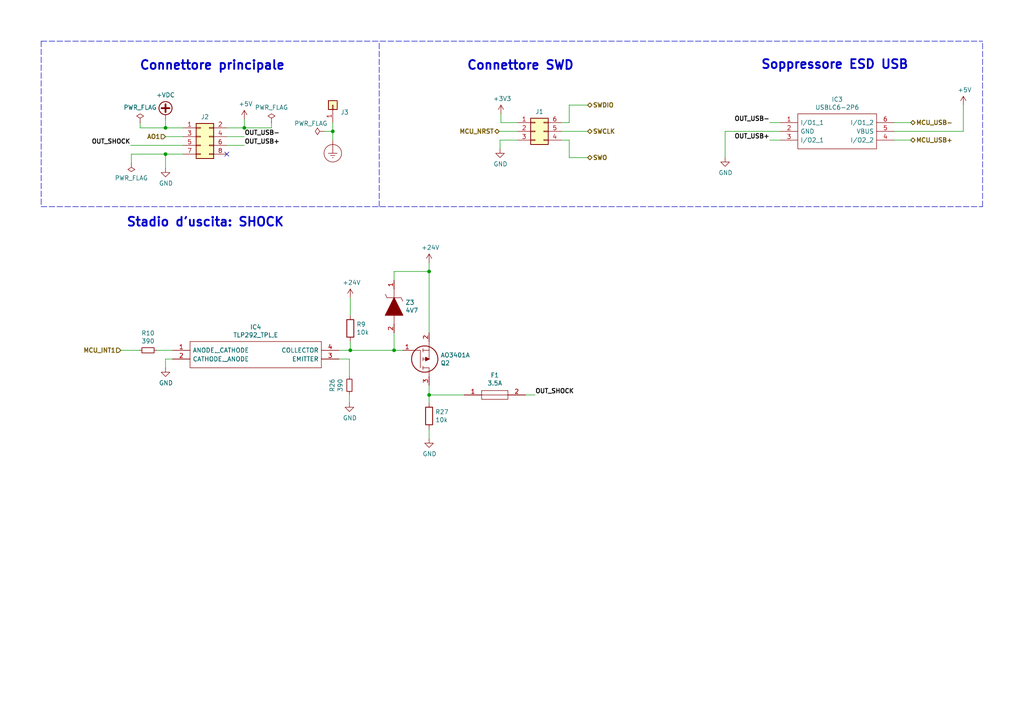
<source format=kicad_sch>
(kicad_sch (version 20211123) (generator eeschema)
  (paper "A4")
  (title_block (title "AC1") (date "2021-07-23") (rev "v0.10.0") (company "OMD") (comment 1 "STM32F411 + IIM-42652 + DAC"))
  (lib_symbols
    (symbol "Connector_Generic:Conn_01x01" (pin_names (offset 1.016) hide)
      (property "Reference" "J" (at 0 2.54 0))
      (property "Value" "Conn_01x01" (at 0 -2.54 0))
      (symbol "Conn_01x01_1_1"
        (rectangle (start -1.27 0.127) (end 0 -0.127) (stroke (width 0.1524)))
        (rectangle (start -1.27 1.27) (end 1.27 -1.27) (stroke (width 0.254)) (fill (type background)))
        (pin passive line (at -5.08 0 0) (length 3.81) (name "Pin_1") (number "1"))
      )
    )
    (symbol "Connector_Generic:Conn_02x03_Counter_Clockwise" (pin_names (offset 1.016) hide)
      (property "Reference" "J" (at 1.27 5.08 0))
      (property "Value" "Conn_02x03_Counter_Clockwise" (at 1.27 -5.08 0))
      (symbol "Conn_02x03_Counter_Clockwise_1_1"
        (rectangle (start -1.27 -2.413) (end 0 -2.667) (stroke (width 0.1524)))
        (rectangle (start -1.27 0.127) (end 0 -0.127) (stroke (width 0.1524)))
        (rectangle (start -1.27 2.667) (end 0 2.413) (stroke (width 0.1524)))
        (rectangle (start -1.27 3.81) (end 3.81 -3.81) (stroke (width 0.254)) (fill (type background)))
        (rectangle (start 3.81 -2.413) (end 2.54 -2.667) (stroke (width 0.1524)))
        (rectangle (start 3.81 0.127) (end 2.54 -0.127) (stroke (width 0.1524)))
        (rectangle (start 3.81 2.667) (end 2.54 2.413) (stroke (width 0.1524)))
        (pin passive line (at -5.08 2.54 0) (length 3.81) (name "Pin_1") (number "1"))
        (pin passive line (at -5.08 0 0) (length 3.81) (name "Pin_2") (number "2"))
        (pin passive line (at -5.08 -2.54 0) (length 3.81) (name "Pin_3") (number "3"))
        (pin passive line (at 7.62 -2.54 180) (length 3.81) (name "Pin_4") (number "4"))
        (pin passive line (at 7.62 0 180) (length 3.81) (name "Pin_5") (number "5"))
        (pin passive line (at 7.62 2.54 180) (length 3.81) (name "Pin_6") (number "6"))
      )
    )
    (symbol "Connector_Generic:Conn_02x04_Odd_Even" (pin_names (offset 1.016) hide)
      (property "Reference" "J" (at 1.27 5.08 0))
      (property "Value" "Conn_02x04_Odd_Even" (at 1.27 -7.62 0))
      (symbol "Conn_02x04_Odd_Even_1_1"
        (rectangle (start -1.27 -4.953) (end 0 -5.207) (stroke (width 0.1524)))
        (rectangle (start -1.27 -2.413) (end 0 -2.667) (stroke (width 0.1524)))
        (rectangle (start -1.27 0.127) (end 0 -0.127) (stroke (width 0.1524)))
        (rectangle (start -1.27 2.667) (end 0 2.413) (stroke (width 0.1524)))
        (rectangle (start -1.27 3.81) (end 3.81 -6.35) (stroke (width 0.254)) (fill (type background)))
        (rectangle (start 3.81 -4.953) (end 2.54 -5.207) (stroke (width 0.1524)))
        (rectangle (start 3.81 -2.413) (end 2.54 -2.667) (stroke (width 0.1524)))
        (rectangle (start 3.81 0.127) (end 2.54 -0.127) (stroke (width 0.1524)))
        (rectangle (start 3.81 2.667) (end 2.54 2.413) (stroke (width 0.1524)))
        (pin passive line (at -5.08 2.54 0) (length 3.81) (name "Pin_1") (number "1"))
        (pin passive line (at 7.62 2.54 180) (length 3.81) (name "Pin_2") (number "2"))
        (pin passive line (at -5.08 0 0) (length 3.81) (name "Pin_3") (number "3"))
        (pin passive line (at 7.62 0 180) (length 3.81) (name "Pin_4") (number "4"))
        (pin passive line (at -5.08 -2.54 0) (length 3.81) (name "Pin_5") (number "5"))
        (pin passive line (at 7.62 -2.54 180) (length 3.81) (name "Pin_6") (number "6"))
        (pin passive line (at -5.08 -5.08 0) (length 3.81) (name "Pin_7") (number "7"))
        (pin passive line (at 7.62 -5.08 180) (length 3.81) (name "Pin_8") (number "8"))
      )
    )
    (symbol "Device:R" (pin_numbers hide) (pin_names (offset 0))
      (property "Reference" "R" (at 2.032 0 90))
      (property "Value" "R" (at 0 0 90))
      (symbol "R_0_1"
        (rectangle (start -1.016 -2.54) (end 1.016 2.54) (stroke (width 0.254)))
      )
      (symbol "R_1_1"
        (pin passive line (at 0 3.81 270) (length 1.27) (name "~") (number "1"))
        (pin passive line (at 0 -3.81 90) (length 1.27) (name "~") (number "2"))
      )
    )
    (symbol "Device:R_Small" (pin_numbers hide) (pin_names (offset 0.254) hide)
      (property "Reference" "R" (at 0.762 0.508 0))
      (property "Value" "R_Small" (at 0.762 -1.016 0))
      (symbol "R_Small_0_1"
        (rectangle (start -0.762 1.778) (end 0.762 -1.778) (stroke (width 0.2032)))
      )
      (symbol "R_Small_1_1"
        (pin passive line (at 0 2.54 270) (length 0.762) (name "~") (number "1"))
        (pin passive line (at 0 -2.54 90) (length 0.762) (name "~") (number "2"))
      )
    )
    (symbol "SamacSys_Parts:1206L200SLYR" (pin_names (offset 0.762))
      (property "Reference" "F" (at 13.97 6.35 0))
      (property "Value" "1206L200SLYR" (at 13.97 3.81 0))
      (symbol "1206L200SLYR_0_0"
        (pin passive line (at 0 0 0) (length 5.08) (name "~") (number "1"))
        (pin passive line (at 17.78 0 180) (length 5.08) (name "~") (number "2"))
      )
      (symbol "1206L200SLYR_0_1"
        (polyline (pts (xy 5.08 0) (xy 12.7 0)) (stroke (width 0.1524)))
        (polyline (pts (xy 5.08 1.27) (xy 12.7 1.27) (xy 12.7 -1.27) (xy 5.08 -1.27) (xy 5.08 1.27)) (stroke (width 0.1524)))
      )
    )
    (symbol "SamacSys_Parts:AO3401A" (pin_names (offset 0.762))
      (property "Reference" "Q" (at 11.43 3.81 0))
      (property "Value" "AO3401A" (at 11.43 1.27 0))
      (symbol "AO3401A_0_0"
        (pin passive line (at 0 0 0) (length 2.54) (name "~") (number "1"))
        (pin passive line (at 7.62 -5.08 90) (length 2.54) (name "~") (number "2"))
        (pin passive line (at 7.62 10.16 270) (length 2.54) (name "~") (number "3"))
      )
      (symbol "AO3401A_0_1"
        (polyline (pts (xy 5.842 -0.508) (xy 5.842 0.508)) (stroke (width 0.1524)))
        (polyline (pts (xy 5.842 0) (xy 7.62 0)) (stroke (width 0.1524)))
        (polyline (pts (xy 5.842 2.032) (xy 5.842 3.048)) (stroke (width 0.1524)))
        (polyline (pts (xy 5.842 5.588) (xy 5.842 4.572)) (stroke (width 0.1524)))
        (polyline (pts (xy 7.62 2.54) (xy 5.842 2.54)) (stroke (width 0.1524)))
        (polyline (pts (xy 7.62 2.54) (xy 7.62 -2.54)) (stroke (width 0.1524)))
        (polyline (pts (xy 7.62 5.08) (xy 5.842 5.08)) (stroke (width 0.1524)))
        (polyline (pts (xy 7.62 5.08) (xy 7.62 7.62)) (stroke (width 0.1524)))
        (polyline (pts (xy 2.54 0) (xy 5.08 0) (xy 5.08 5.08)) (stroke (width 0.1524)))
        (polyline (pts (xy 7.62 2.54) (xy 6.604 3.048) (xy 6.604 2.032) (xy 7.62 2.54)) (stroke (width 0.254)) (fill (type outline)))
        (circle (center 6.35 2.54) (radius 3.81) (stroke (width 0.254)))
      )
    )
    (symbol "SamacSys_Parts:BZT52C4V7T-7" (pin_names (offset 0.762))
      (property "Reference" "Z" (at 10.16 8.89 0))
      (property "Value" "BZT52C4V7T-7" (at 10.16 6.35 0))
      (symbol "BZT52C4V7T-7_0_0"
        (pin passive line (at 0 0 0) (length 2.54) (name "~") (number "1"))
        (pin passive line (at 15.24 0 180) (length 2.54) (name "~") (number "2"))
      )
      (symbol "BZT52C4V7T-7_0_1"
        (polyline (pts (xy 2.54 0) (xy 5.08 0)) (stroke (width 0.1524)))
        (polyline (pts (xy 4.064 -2.54) (xy 5.08 -2.032)) (stroke (width 0.1524)))
        (polyline (pts (xy 5.08 2.032) (xy 5.08 -2.032)) (stroke (width 0.1524)))
        (polyline (pts (xy 5.08 2.032) (xy 6.096 2.54)) (stroke (width 0.1524)))
        (polyline (pts (xy 12.7 0) (xy 10.16 0)) (stroke (width 0.1524)))
        (polyline (pts (xy 5.08 0) (xy 10.16 2.54) (xy 10.16 -2.54) (xy 5.08 0)) (stroke (width 0.254)) (fill (type outline)))
      )
    )
    (symbol "SamacSys_Parts:TLP292_TPL,E" (pin_names (offset 0.762))
      (property "Reference" "IC" (at 44.45 7.62 0))
      (property "Value" "TLP292_TPL,E" (at 44.45 5.08 0))
      (symbol "TLP292_TPL,E_0_0"
        (pin passive line (at 0 0 0) (length 5.08) (name "ANODE,_CATHODE") (number "1"))
        (pin passive line (at 0 -2.54 0) (length 5.08) (name "CATHODE,_ANODE") (number "2"))
        (pin passive line (at 48.26 -2.54 180) (length 5.08) (name "EMITTER") (number "3"))
        (pin passive line (at 48.26 0 180) (length 5.08) (name "COLLECTOR") (number "4"))
      )
      (symbol "TLP292_TPL,E_0_1"
        (polyline (pts (xy 5.08 2.54) (xy 43.18 2.54) (xy 43.18 -5.08) (xy 5.08 -5.08) (xy 5.08 2.54)) (stroke (width 0.1524)))
      )
    )
    (symbol "SamacSys_Parts:USBLC6-2P6" (pin_names (offset 0.762))
      (property "Reference" "IC" (at 29.21 7.62 0))
      (property "Value" "USBLC6-2P6" (at 29.21 5.08 0))
      (symbol "USBLC6-2P6_0_0"
        (pin passive line (at 0 0 0) (length 5.08) (name "I/O1_1") (number "1"))
        (pin passive line (at 0 -2.54 0) (length 5.08) (name "GND") (number "2"))
        (pin passive line (at 0 -5.08 0) (length 5.08) (name "I/O2_1") (number "3"))
        (pin passive line (at 33.02 -5.08 180) (length 5.08) (name "I/O2_2") (number "4"))
        (pin passive line (at 33.02 -2.54 180) (length 5.08) (name "VBUS") (number "5"))
        (pin passive line (at 33.02 0 180) (length 5.08) (name "I/O1_2") (number "6"))
      )
      (symbol "USBLC6-2P6_0_1"
        (polyline (pts (xy 5.08 2.54) (xy 27.94 2.54) (xy 27.94 -7.62) (xy 5.08 -7.62) (xy 5.08 2.54)) (stroke (width 0.1524)))
      )
    )
    (symbol "power:+24V" (power) (pin_names (offset 0))
      (property "Value" "+24V" (at 0 3.556 0))
      (symbol "+24V_0_1"
        (polyline (pts (xy -0.762 1.27) (xy 0 2.54)))
        (polyline (pts (xy 0 0) (xy 0 2.54)))
        (polyline (pts (xy 0 2.54) (xy 0.762 1.27)))
      )
      (symbol "+24V_1_1"
        (pin power_in line (at 0 0 90) (length 0) hide (name "+24V") (number "1"))
      )
    )
    (symbol "power:+3V3" (power) (pin_names (offset 0))
      (property "Value" "+3V3" (at 0 3.556 0))
      (symbol "+3V3_0_1"
        (polyline (pts (xy -0.762 1.27) (xy 0 2.54)))
        (polyline (pts (xy 0 0) (xy 0 2.54)))
        (polyline (pts (xy 0 2.54) (xy 0.762 1.27)))
      )
      (symbol "+3V3_1_1"
        (pin power_in line (at 0 0 90) (length 0) hide (name "+3V3") (number "1"))
      )
    )
    (symbol "power:+5V" (power) (pin_names (offset 0))
      (property "Value" "+5V" (at 0 3.556 0))
      (symbol "+5V_0_1"
        (polyline (pts (xy -0.762 1.27) (xy 0 2.54)))
        (polyline (pts (xy 0 0) (xy 0 2.54)))
        (polyline (pts (xy 0 2.54) (xy 0.762 1.27)))
      )
      (symbol "+5V_1_1"
        (pin power_in line (at 0 0 90) (length 0) hide (name "+5V") (number "1"))
      )
    )
    (symbol "power:+VDC" (power) (pin_names (offset 0))
      (property "Value" "+VDC" (at 0 6.35 0))
      (symbol "+VDC_0_1"
        (polyline (pts (xy -1.143 3.175) (xy 1.143 3.175)) (stroke (width 0.508)))
        (polyline (pts (xy 0 0) (xy 0 1.27)))
        (polyline (pts (xy 0 2.032) (xy 0 4.318)) (stroke (width 0.508)))
        (circle (center 0 3.175) (radius 1.905) (stroke (width 0.254)))
      )
      (symbol "+VDC_1_1"
        (pin power_in line (at 0 0 90) (length 0) hide (name "+VDC") (number "1"))
      )
    )
    (symbol "power:Earth_Protective" (power) (pin_names (offset 0))
      (symbol "Earth_Protective_0_1"
        (circle (center 0 -3.81) (radius 2.54))
        (polyline (pts (xy -0.635 -4.445) (xy 0.635 -4.445)))
        (polyline (pts (xy -0.127 -5.08) (xy 0.127 -5.08)))
        (polyline (pts (xy 0 -3.81) (xy 0 0)))
        (polyline (pts (xy 1.27 -3.81) (xy -1.27 -3.81)))
      )
      (symbol "Earth_Protective_1_1"
        (pin power_in line (at 0 0 270) (length 0) hide (name "Earth_Protective") (number "1"))
      )
    )
    (symbol "power:GND" (power) (pin_names (offset 0))
      (property "Value" "GND" (at 0 -3.81 0))
      (symbol "GND_0_1"
        (polyline (pts (xy 0 0) (xy 0 -1.27) (xy 1.27 -1.27) (xy 0 -2.54) (xy -1.27 -1.27) (xy 0 -1.27)))
      )
      (symbol "GND_1_1"
        (pin power_in line (at 0 0 270) (length 0) hide (name "GND") (number "1"))
      )
    )
    (symbol "power:PWR_FLAG" (power) (pin_numbers hide) (pin_names (offset 0) hide)
      (property "Value" "PWR_FLAG" (at 0 3.81 0))
      (symbol "PWR_FLAG_0_0"
        (pin power_out line (at 0 0 90) (length 0) (name "pwr") (number "1"))
      )
      (symbol "PWR_FLAG_0_1"
        (polyline (pts (xy 0 0) (xy 0 1.27) (xy -1.016 1.905) (xy 0 2.54) (xy 1.016 1.905) (xy 0 1.27)))
      )
    )
  )
  (junction (at 96.52 38.1))
  (junction (at 124.46 114.554))
  (junction (at 48.006 44.704))
  (junction (at 101.6 101.6))
  (junction (at 70.866 37.084))
  (junction (at 48.006 37.084))
  (junction (at 124.46 78.74))
  (junction (at 114.3 101.6))
  (no_connect (at 65.786 44.704))
  (wire (pts (xy 96.52 38.1) (xy 93.98 38.1)))
  (wire (pts (xy 48.006 39.624) (xy 53.086 39.624)))
  (wire (pts (xy 162.814 35.56) (xy 165.1 35.56)))
  (polyline (pts (xy 11.938 59.944) (xy 284.988 59.944)))
  (wire (pts (xy 45.466 101.6) (xy 50.038 101.6)))
  (wire (pts (xy 124.46 114.554) (xy 124.46 111.76)))
  (wire (pts (xy 145.034 40.64) (xy 150.114 40.64)))
  (wire (pts (xy 145.034 43.18) (xy 145.034 40.64)))
  (wire (pts (xy 101.6 86.36) (xy 101.6 91.44)))
  (wire (pts (xy 65.786 42.164) (xy 70.866 42.164)))
  (wire (pts (xy 264.16 40.64) (xy 259.334 40.64)))
  (wire (pts (xy 223.266 40.64) (xy 226.314 40.64)))
  (wire (pts (xy 78.74 37.084) (xy 78.74 35.56)))
  (wire (pts (xy 48.006 37.084) (xy 53.086 37.084)))
  (wire (pts (xy 70.866 39.624) (xy 65.786 39.624)))
  (wire (pts (xy 124.46 78.74) (xy 124.46 96.52)))
  (wire (pts (xy 35.052 101.6) (xy 40.386 101.6)))
  (wire (pts (xy 38.1 44.704) (xy 48.006 44.704)))
  (wire (pts (xy 114.3 101.6) (xy 116.84 101.6)))
  (wire (pts (xy 38.1 47.244) (xy 38.1 44.704)))
  (wire (pts (xy 264.16 35.56) (xy 259.334 35.56)))
  (wire (pts (xy 144.78 38.1) (xy 150.114 38.1)))
  (wire (pts (xy 165.1 40.64) (xy 165.1 45.72)))
  (wire (pts (xy 96.52 35.56) (xy 96.52 38.1)))
  (wire (pts (xy 70.866 34.544) (xy 70.866 37.084)))
  (wire (pts (xy 70.866 37.084) (xy 78.74 37.084)))
  (wire (pts (xy 155.194 114.554) (xy 152.4 114.554)))
  (wire (pts (xy 124.46 116.84) (xy 124.46 114.554)))
  (wire (pts (xy 101.346 104.14) (xy 98.298 104.14)))
  (wire (pts (xy 114.3 81.28) (xy 114.3 78.74)))
  (wire (pts (xy 162.814 40.64) (xy 165.1 40.64)))
  (wire (pts (xy 48.006 104.14) (xy 50.038 104.14)))
  (wire (pts (xy 145.288 35.56) (xy 145.288 33.02)))
  (polyline (pts (xy 11.938 11.938) (xy 284.988 11.938)))
  (polyline (pts (xy 11.938 11.938) (xy 11.938 59.944)))
  (wire (pts (xy 96.52 38.1) (xy 96.52 40.64)))
  (wire (pts (xy 101.6 99.06) (xy 101.6 101.6)))
  (wire (pts (xy 114.3 96.52) (xy 114.3 101.6)))
  (polyline (pts (xy 109.982 59.944) (xy 109.982 11.938)))
  (wire (pts (xy 279.4 30.48) (xy 279.4 38.1)))
  (wire (pts (xy 150.114 35.56) (xy 145.288 35.56)))
  (wire (pts (xy 37.846 42.164) (xy 53.086 42.164)))
  (wire (pts (xy 114.3 78.74) (xy 124.46 78.74)))
  (wire (pts (xy 101.6 101.6) (xy 114.3 101.6)))
  (wire (pts (xy 165.1 35.56) (xy 165.1 30.48)))
  (wire (pts (xy 98.298 101.6) (xy 101.6 101.6)))
  (wire (pts (xy 101.346 114.3) (xy 101.346 116.84)))
  (wire (pts (xy 48.006 34.544) (xy 48.006 37.084)))
  (wire (pts (xy 223.266 35.56) (xy 226.314 35.56)))
  (wire (pts (xy 48.006 44.704) (xy 53.086 44.704)))
  (wire (pts (xy 124.46 76.2) (xy 124.46 78.74)))
  (wire (pts (xy 124.46 127.254) (xy 124.46 124.46)))
  (wire (pts (xy 134.62 114.554) (xy 124.46 114.554)))
  (wire (pts (xy 40.64 37.084) (xy 48.006 37.084)))
  (wire (pts (xy 165.1 45.72) (xy 170.434 45.72)))
  (wire (pts (xy 165.1 30.48) (xy 170.434 30.48)))
  (polyline (pts (xy 284.988 59.944) (xy 284.988 11.938)))
  (wire (pts (xy 48.006 106.68) (xy 48.006 104.14)))
  (wire (pts (xy 162.814 38.1) (xy 170.434 38.1)))
  (wire (pts (xy 210.312 45.72) (xy 210.312 38.1)))
  (wire (pts (xy 101.346 104.14) (xy 101.346 109.22)))
  (wire (pts (xy 210.312 38.1) (xy 226.314 38.1)))
  (wire (pts (xy 70.866 37.084) (xy 65.786 37.084)))
  (wire (pts (xy 40.64 35.56) (xy 40.64 37.084)))
  (wire (pts (xy 279.4 38.1) (xy 259.334 38.1)))
  (wire (pts (xy 48.006 48.768) (xy 48.006 44.704)))
  (text "Stadio d'uscita: SHOCK" (at 82.55 66.04 180) (effects (font (size 2.5654 2.5654) (thickness 0.5131) bold) (justify right bottom)))
  (text "Soppressore ESD USB" (at 263.652 20.32 180) (effects (font (size 2.5654 2.5654) (thickness 0.5131) bold) (justify right bottom)))
  (text "Connettore SWD" (at 166.624 20.574 180) (effects (font (size 2.5654 2.5654) (thickness 0.5131) bold) (justify right bottom)))
  (text "Connettore principale" (at 82.804 20.574 180) (effects (font (size 2.5654 2.5654) (thickness 0.5131) bold) (justify right bottom)))
  (label "OUT_USB+" (at 223.266 40.64 180) (effects (font (thickness 0.254) bold)))
  (label "OUT_SHOCK" (at 155.194 114.554 0) (effects (font (thickness 0.254) bold)))
  (label "OUT_USB-" (at 223.266 35.56 180) (effects (font (thickness 0.254) bold)))
  (label "OUT_USB+" (at 70.866 42.164 0) (effects (font (thickness 0.254) bold)))
  (label "OUT_USB-" (at 70.866 39.624 0) (effects (font (thickness 0.254) bold)))
  (label "OUT_SHOCK" (at 37.846 42.164 180) (effects (font (thickness 0.254) bold)))
  (hierarchical_label "SWO" (shape bidirectional) (at 170.434 45.72 0) (effects (font (thickness 0.254) bold)))
  (hierarchical_label "MCU_USB-" (shape bidirectional) (at 264.16 35.56 0) (effects (font (thickness 0.254) bold)))
  (hierarchical_label "MCU_NRST" (shape bidirectional) (at 144.78 38.1 180) (effects (font (thickness 0.254) bold)))
  (hierarchical_label "MCU_USB+" (shape bidirectional) (at 264.16 40.64 0) (effects (font (thickness 0.254) bold)))
  (hierarchical_label "AO1" (shape input) (at 48.006 39.624 180) (effects (font (thickness 0.254) bold)))
  (hierarchical_label "MCU_INT1" (shape input) (at 35.052 101.6 180) (effects (font (thickness 0.254) bold)))
  (hierarchical_label "SWCLK" (shape bidirectional) (at 170.434 38.1 0) (effects (font (thickness 0.254) bold)))
  (hierarchical_label "SWDIO" (shape bidirectional) (at 170.434 30.48 0) (effects (font (thickness 0.254) bold)))
  (symbol (lib_id "Connector_Generic:Conn_02x04_Odd_Even") (at 58.166 39.624 0) (unit 1)
    (property "Reference" "J2" (at 59.436 33.909 0))
    (property "Value" "Conn_02x04_Counter_Clockwise" (effects hide))
    (property "Footprint" "Librerie:PinoutHoles_2.54" (effects hide))
  )
  (symbol (lib_id "power:+VDC") (at 48.006 34.544 0) (unit 1)
    (property "Reference" "#PWR041" (effects hide))
    (property "Value" "+VDC" (at 48.006 27.559 0))
  )
  (symbol (lib_id "power:GND") (at 48.006 48.768 0) (unit 1)
    (property "Reference" "#PWR045" (effects hide))
    (property "Value" "GND" (at 48.133 53.1622 0))
  )
  (symbol (lib_id "power:+5V") (at 70.866 34.544 0) (unit 1)
    (property "Reference" "#PWR042" (effects hide))
    (property "Value" "+5V" (at 71.247 30.1498 0))
  )
  (symbol (lib_id "Connector_Generic:Conn_02x03_Counter_Clockwise") (at 155.194 38.1 0) (unit 1)
    (property "Reference" "J1" (at 156.464 32.385 0))
    (property "Value" "Conn_02x03_Counter_Clockwise" (effects hide))
    (property "Footprint" "Connector_PinHeader_1.27mm:PinHeader_2x03_P1.27mm_Vertical_SMD" (effects hide))
    (property "LCSC Part #" "C178291" (effects hide))
    (property "LCSC" "C178291" (effects hide))
  )
  (symbol (lib_id "power:+3V3") (at 145.288 33.02 0) (unit 1)
    (property "Reference" "#PWR040" (effects hide))
    (property "Value" "+3V3" (at 145.669 28.6258 0))
  )
  (symbol (lib_id "power:GND") (at 145.034 43.18 0) (unit 1)
    (property "Reference" "#PWR043" (effects hide))
    (property "Value" "GND" (at 145.161 47.5742 0))
  )
  (symbol (lib_id "power:GND") (at 210.312 45.72 0) (unit 1)
    (property "Reference" "#PWR044" (effects hide))
    (property "Value" "GND" (at 210.439 50.1142 0))
  )
  (symbol (lib_id "power:+5V") (at 279.4 30.48 0) (unit 1)
    (property "Reference" "#PWR039" (effects hide))
    (property "Value" "+5V" (at 279.781 26.0858 0))
  )
  (symbol (lib_id "Device:R_Small") (at 42.926 101.6 90) (unit 1)
    (property "Reference" "R10" (at 42.926 96.6216 90))
    (property "Value" "390" (at 42.926 98.933 90))
    (property "Footprint" "Resistor_SMD:R_0603_1608Metric" (effects hide))
    (property "LCSC Part #" "C23151" (effects hide))
    (property "LCSC" "C23151" (effects hide))
    (property "Value" "390" (effects hide))
    (property "Manufacturer_Name" "Panasonic" (effects hide))
    (property "Mouser Part Number" "667-ERJ-UP3F3900V" (effects hide))
    (property "Mouser Price/Stock" "https://www.mouser.it/ProductDetail/Panasonic/ERJ-UP3F3900V?qs=GedFDFLaBXFrNzwj9lmySQ%3D%3D" (effects hide))
    (property "Manufacturer_Part_Number" "ERJ-UP3F3900V" (effects hide))
    (property "Supplier Name" "Mouser" (effects hide))
    (property "Supplier Part Number" "667-ERJ-UP3F3900V" (effects hide))
  )
  (symbol (lib_id "power:GND") (at 48.006 106.68 0) (unit 1)
    (property "Reference" "#PWR048" (effects hide))
    (property "Value" "GND" (at 48.133 111.0742 0))
  )
  (symbol (lib_id "power:GND") (at 101.346 116.84 0) (unit 1)
    (property "Reference" "#PWR049" (effects hide))
    (property "Value" "GND" (at 101.473 121.2342 0))
  )
  (symbol (lib_id "SamacSys_Parts:USBLC6-2P6") (at 226.314 35.56 0) (unit 1)
    (property "Reference" "IC3" (at 242.824 28.829 0))
    (property "Value" "USBLC6-2P6" (at 242.824 31.1404 0))
    (property "Footprint" "Librerie:USBLC62P6" (effects hide))
    (property "Datasheet" "https://datasheet.lcsc.com/szlcsc/STMicroelectronics-USBLC6-2P6_C15999.pdf" (effects hide))
    (property "Description" "ESD Suppressors / TVS Diodes High Speed Interface Protection Low Cap" (effects hide))
    (property "Height" "0.6" (effects hide))
    (property "Manufacturer_Name" "STMicroelectronics" (effects hide))
    (property "Manufacturer_Part_Number" "USBLC6-2P6" (effects hide))
    (property "Mouser Part Number" "511-USBLC6-2P6" (effects hide))
    (property "Mouser Price/Stock" "https://www.mouser.co.uk/ProductDetail/STMicroelectronics/USBLC6-2P6/?qs=6ARB0lp6jlViGcbUSvj1Mw%3D%3D" (effects hide))
    (property "Arrow Part Number" "USBLC6-2P6" (effects hide))
    (property "Arrow Price/Stock" "https://www.arrow.com/en/products/usblc6-2p6/stmicroelectronics" (effects hide))
    (property "LCSC Part #" "C15999" (effects hide))
    (property "LCSC" "C15999" (effects hide))
    (property "Supplier Name" "Mouser" (effects hide))
    (property "Supplier Part Number" "511-USBLC6-2P6" (effects hide))
  )
  (symbol (lib_id "SamacSys_Parts:AO3401A") (at 116.84 101.6 0) (mirror x) (unit 1)
    (property "Reference" "Q2" (at 127.762 105.3084 0) (effects (justify left)))
    (property "Value" "AO3401A" (at 127.762 102.997 0) (effects (justify left)))
    (property "Footprint" "Librerie:SOT95P280X125-3N" (effects hide))
    (property "Datasheet" "http://www.aosmd.com/pdfs/datasheet/AO3401A.pdf" (effects hide))
    (property "Description" "30V P-Channel MOSFET" (effects hide))
    (property "Height" "1.25" (effects hide))
    (property "Manufacturer_Name" "	Vishay" (effects hide))
    (property "Manufacturer_Part_Number" "SI2347DS-T1-GE3" (effects hide))
    (property "Mouser Part Number" "78-SI2347DS-T1-GE3" (effects hide))
    (property "Mouser Price/Stock" "https://www.mouser.it/ProductDetail/Vishay-Semiconductors/SI2347DS-T1-GE3?qs=wnm%2FPMJNddFQv4lfacOrcA%3D%3D" (effects hide))
    (property "Arrow Part Number" "AO3401A" (effects hide))
    (property "Arrow Price/Stock" "https://www.arrow.com/en/products/ao3401a/alpha-and-omega-semiconductor" (effects hide))
    (property "LCSC Part #" "C15127" (effects hide))
    (property "LCSC" "C15127" (effects hide))
    (property "Value" "PMOS" (effects hide))
    (property "Supplier Name" "Mouser" (effects hide))
    (property "Supplier Part Number" "78-SI2347DS-T1-GE3" (effects hide))
    (property "URL" "https://www.mouser.it/ProductDetail/Vishay-Semiconductors/SI2347DS-T1-GE3?qs=wnm%2FPMJNddFQv4lfacOrcA%3D%3D" (effects hide))
  )
  (symbol (lib_id "power:GND") (at 124.46 127.254 0) (unit 1)
    (property "Reference" "#PWR050" (effects hide))
    (property "Value" "GND" (at 124.587 131.6482 0))
  )
  (symbol (lib_id "power:+24V") (at 124.46 76.2 0) (unit 1)
    (property "Reference" "#PWR046" (effects hide))
    (property "Value" "+24V" (at 124.841 71.8058 0))
  )
  (symbol (lib_id "SamacSys_Parts:1206L200SLYR") (at 134.62 114.554 0) (unit 1)
    (property "Reference" "F1" (at 143.51 108.839 0))
    (property "Value" "3.5A" (at 143.51 111.1504 0))
    (property "Footprint" "Librerie:FUSC3216X60N" (effects hide))
    (property "Datasheet" "https://www.mouser.com/datasheet/2/240/Littelfuse_PTC_LoRho_Datasheet.pdf-365270.pdf" (effects hide))
    (property "Description" "Resettable Fuses - PPTC 6V POLYFUSE 1206 LoRho SL 2A" (effects hide))
    (property "Height" "0.6" (effects hide))
    (property "Manufacturer_Name" "LITTELFUSE" (effects hide))
    (property "Manufacturer_Part_Number" "1206L200SLYR" (effects hide))
    (property "Mouser Part Number" "576-1206L200SLYR" (effects hide))
    (property "Mouser Price/Stock" "https://www.mouser.co.uk/ProductDetail/Littelfuse/1206L200SLYR?qs=RW3Pwk3hrR7SLvRx5wo9Kw%3D%3D" (effects hide))
    (property "Arrow Part Number" "1206L200SLYR" (effects hide))
    (property "Arrow Price/Stock" "https://www.arrow.com/en/products/1206l200slyr/littelfuse" (effects hide))
    (property "LCSC Part #" "C70085" (effects hide))
    (property "LCSC" "C70085" (effects hide))
    (property "Supplier Name" "Mouser" (effects hide))
    (property "Supplier Part Number" "576-1206L200SLYR" (effects hide))
  )
  (symbol (lib_id "Connector_Generic:Conn_01x01") (at 96.52 30.48 90) (unit 1)
    (property "Reference" "J3" (at 98.7552 32.5628 90) (effects (justify right)))
    (property "Value" "Conn_01x01" (effects hide))
    (property "Footprint" "Librerie:Shield_Pin_D0.4mm" (effects hide))
  )
  (symbol (lib_id "power:PWR_FLAG") (at 40.64 35.56 0) (unit 1)
    (property "Reference" "#FLG0101" (effects hide))
    (property "Value" "PWR_FLAG" (at 40.64 31.1658 0))
  )
  (symbol (lib_id "power:PWR_FLAG") (at 78.74 35.56 0) (unit 1)
    (property "Reference" "#FLG0102" (effects hide))
    (property "Value" "PWR_FLAG" (at 78.74 31.1658 0))
  )
  (symbol (lib_id "power:PWR_FLAG") (at 38.1 47.244 180) (unit 1)
    (property "Reference" "#FLG0106" (effects hide))
    (property "Value" "PWR_FLAG" (at 38.1 51.6382 0))
  )
  (symbol (lib_id "power:Earth_Protective") (at 96.52 40.64 0) (unit 1)
    (property "Reference" "#PWR0102" (effects hide))
    (property "Value" "Earth_Protective" (effects hide))
  )
  (symbol (lib_id "power:PWR_FLAG") (at 93.98 38.1 90) (unit 1)
    (property "Reference" "#FLG0107" (effects hide))
    (property "Value" "PWR_FLAG" (at 90.17 35.814 90))
  )
  (symbol (lib_id "power:+24V") (at 101.6 86.36 0) (unit 1)
    (property "Reference" "#PWR0103" (effects hide))
    (property "Value" "+24V" (at 101.981 81.9658 0))
  )
  (symbol (lib_id "SamacSys_Parts:BZT52C4V7T-7") (at 114.3 81.28 270) (unit 1)
    (property "Reference" "Z3" (at 117.602 87.7316 90) (effects (justify left)))
    (property "Value" "4V7" (at 117.602 90.043 90) (effects (justify left)))
    (property "Footprint" "SODFL1608X65N" (effects hide))
    (property "Datasheet" "https://www.mouser.com/datasheet/2/115/ds30502-1142513.pdf" (effects hide))
    (property "Description" "Zener Diodes" (effects hide))
    (property "Height" "0.65" (effects hide))
    (property "Manufacturer_Name" "Diodes Inc." (effects hide))
    (property "Manufacturer_Part_Number" "BZT52C4V7T-7" (effects hide))
    (property "Mouser Part Number" "863-SZMM5Z4V7ST1G" (effects hide))
    (property "Mouser Price/Stock" "https://www.mouser.it/ProductDetail/ON-Semiconductor/SZMM5Z4V7ST1G?qs=PJJcWtbOkNXldC8QwYLtqg%3D%3D" (effects hide))
    (property "Arrow Part Number" "BZT52C4V7T-7" (effects hide))
    (property "Arrow Price/Stock" "https://www.arrow.com/en/products/bzt52c4v7t-7/diodes-incorporated" (effects hide))
    (property "LCSC Part #" "C151452" (effects hide))
    (property "LCSC" "C151452" (effects hide))
    (property "Supplier Name" "Mouser" (effects hide))
    (property "Supplier Part Number" "863-SZMM5Z4V7ST1G" (effects hide))
    (property "URL" "https://www.mouser.it/ProductDetail/ON-Semiconductor/SZMM5Z4V7ST1G?qs=PJJcWtbOkNXldC8QwYLtqg%3D%3D" (effects hide))
  )
  (symbol (lib_id "Device:R_Small") (at 101.346 111.76 180) (unit 1)
    (property "Reference" "R26" (at 96.3676 111.76 90))
    (property "Value" "390" (at 98.679 111.76 90))
    (property "Footprint" "Resistor_SMD:R_0603_1608Metric" (effects hide))
    (property "LCSC Part #" "C23151" (effects hide))
    (property "LCSC" "C23151" (effects hide))
    (property "Value" "390" (effects hide))
    (property "Manufacturer_Name" "Panasonic" (effects hide))
    (property "Mouser Part Number" "667-ERJ-UP3F3900V" (effects hide))
    (property "Mouser Price/Stock" "https://www.mouser.it/ProductDetail/Panasonic/ERJ-UP3F3900V?qs=GedFDFLaBXFrNzwj9lmySQ%3D%3D" (effects hide))
    (property "Manufacturer_Part_Number" "ERJ-UP3F3900V" (effects hide))
    (property "Supplier Name" "Mouser" (effects hide))
    (property "Supplier Part Number" "667-ERJ-UP3F3900V" (effects hide))
  )
  (symbol (lib_id "Device:R") (at 124.46 120.65 0) (unit 1)
    (property "Reference" "R27" (at 126.238 119.4816 0) (effects (justify left)))
    (property "Value" "10k" (at 126.238 121.793 0) (effects (justify left)))
    (property "Footprint" "Resistor_SMD:R_0402_1005Metric" (effects hide))
    (property "LCSC Part #" "C25744" (effects hide))
    (property "LCSC" "C25744" (effects hide))
    (property "Value" "10k" (effects hide))
    (property "Manufacturer_Name" "Vishay" (effects hide))
    (property "Mouser Part Number" "71-CRCW040210K0JNEDC" (effects hide))
    (property "Mouser Price/Stock" "https://www.mouser.it/ProductDetail/Vishay-Dale/CRCW040210K0JNEDC?qs=E3Y5ESvWgWMUjeDciQkbxw%3D%3D" (effects hide))
    (property "Manufacturer_Part_Number" "CRCW040210K0JNEDC" (effects hide))
    (property "Supplier Name" "Mouser" (effects hide))
    (property "Supplier Part Number" "71-CRCW040210K0JNEDC" (effects hide))
    (property "URL" "https://www.mouser.it/ProductDetail/Vishay-Dale/CRCW040210K0JNEDC?qs=E3Y5ESvWgWMUjeDciQkbxw%3D%3D" (effects hide))
  )
  (symbol (lib_id "SamacSys_Parts:TLP292_TPL,E") (at 50.038 101.6 0) (unit 1)
    (property "Reference" "IC4" (at 74.168 94.869 0))
    (property "Value" "TLP292_TPL,E" (at 74.168 97.1804 0))
    (property "Footprint" "SOIC127P700X230-4N" (effects hide))
    (property "Datasheet" "https://toshiba.semicon-storage.com/info/docget.jsp?did=14425&prodName=TLP292" (effects hide))
    (property "Description" "Transistor Output Optocouplers OPTO ISOLATOR 3.75KV TRANS 6-SO 4" (effects hide))
    (property "Height" "2.3" (effects hide))
    (property "Mouser Part Number" "757-TLP292(TPLE" (effects hide))
    (property "Mouser Price/Stock" "https://www.mouser.co.uk/ProductDetail/Toshiba/TLP292TPLE/?qs=HVbQlW5zcXVsLFe2HgHsIQ%3D%3D" (effects hide))
    (property "Manufacturer_Name" "Toshiba" (effects hide))
    (property "Manufacturer_Part_Number" "TLP292(TPL,E" (effects hide))
    (property "Supplier Name" "Mouser" (effects hide))
    (property "Supplier Part Number" "757-TLP292(TPLE" (effects hide))
  )
  (symbol (lib_id "Device:R") (at 101.6 95.25 0) (unit 1)
    (property "Reference" "R9" (at 103.378 94.0816 0) (effects (justify left)))
    (property "Value" "10k" (at 103.378 96.393 0) (effects (justify left)))
    (property "Footprint" "Resistor_SMD:R_0402_1005Metric" (effects hide))
    (property "LCSC Part #" "C25744" (effects hide))
    (property "LCSC" "C25744" (effects hide))
    (property "Value" "10k" (effects hide))
    (property "Manufacturer_Name" "Vishay" (effects hide))
    (property "Mouser Part Number" "71-CRCW040210K0JNEDC" (effects hide))
    (property "Mouser Price/Stock" "https://www.mouser.it/ProductDetail/Vishay-Dale/CRCW040210K0JNEDC?qs=E3Y5ESvWgWMUjeDciQkbxw%3D%3D" (effects hide))
    (property "Manufacturer_Part_Number" "CRCW040210K0JNEDC" (effects hide))
    (property "Supplier Name" "Mouser" (effects hide))
    (property "Supplier Part Number" "71-CRCW040210K0JNEDC" (effects hide))
    (property "URL" "https://www.mouser.it/ProductDetail/Vishay-Dale/CRCW040210K0JNEDC?qs=E3Y5ESvWgWMUjeDciQkbxw%3D%3D" (effects hide))
  )
)
</source>
